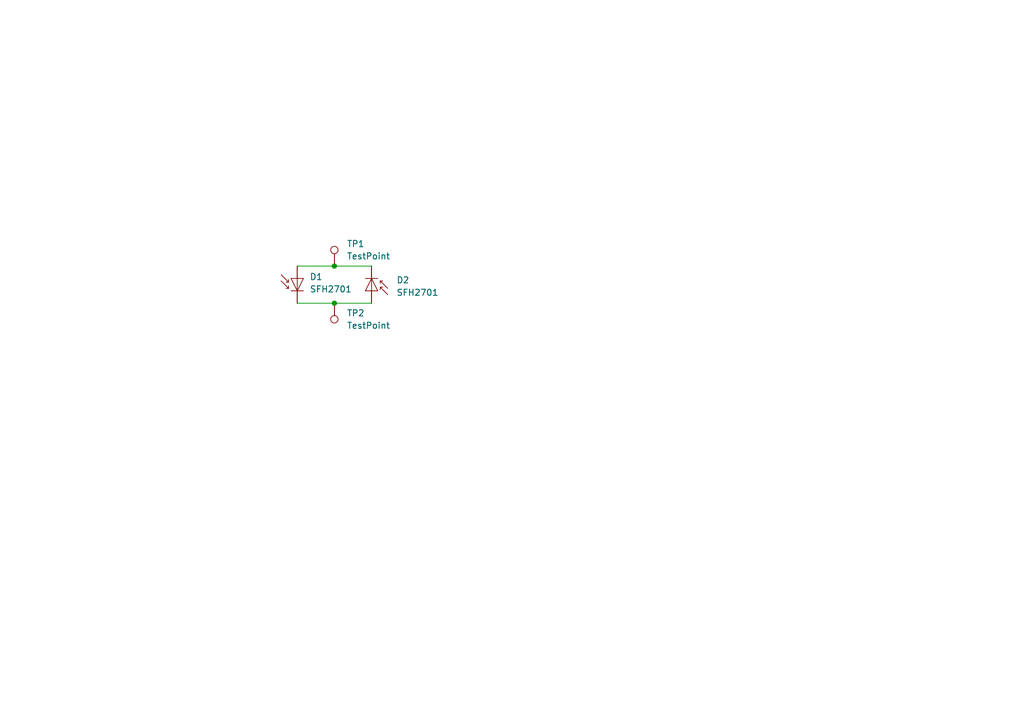
<source format=kicad_sch>
(kicad_sch (version 20231120) (generator "eeschema") (generator_version "8.0")
  (paper "A5")
  (lib_symbols
    (symbol "Connector:TestPoint" (pin_numbers hide) (pin_names (offset 0.762) hide)
      (property "Reference" "TP" (at 0 6.858 0))
      (property "Value" "TestPoint" (at 0 5.08 0))
      (symbol "TestPoint_0_1"
        (circle (center 0 3.302) (radius 0.762))
      )
      (symbol "TestPoint_1_1"
        (pin passive line (at 0 0 90) (length 2.54) (name "1") (number "1"))
      )
    )
    (symbol "Sensor_Optical:SFH2701" (pin_numbers hide) (pin_names (offset 1.016) hide)
      (property "Reference" "D" (at 0.508 1.778 0))
      (property "Value" "SFH2701" (at -1.016 -2.794 0))
      (symbol "SFH2701_0_1"
        (polyline (pts (xy -2.54 1.27) (xy -2.54 -1.27)) (stroke (width 0.1524)))
        (polyline (pts (xy -2.032 1.778) (xy -1.524 1.778)))
        (polyline (pts (xy 0 0) (xy -2.54 0)))
        (polyline (pts (xy 0 1.27) (xy 0 -1.27)))
        (polyline (pts (xy -0.508 3.302) (xy -2.032 1.778) (xy -2.032 2.286)))
        (polyline (pts (xy 0 1.27) (xy -2.54 0) (xy 0 -1.27)))
        (polyline (pts (xy 0.762 3.302) (xy -0.762 1.778) (xy -0.762 2.286) (xy -0.762 1.778) (xy -0.254 1.778)))
      )
      (symbol "SFH2701_1_1"
        (pin passive line (at -5.08 0 0) (length 2.54) (name "K") (number "1"))
        (pin passive line (at 2.54 0 180) (length 2.54) (name "A") (number "2"))
      )
    )
  )
  (junction (at 68.58 62.23))
  (junction (at 68.58 54.61))
  (wire (pts (xy 60.96 54.61) (xy 68.58 54.61)))
  (wire (pts (xy 68.58 62.23) (xy 76.2 62.23)))
  (wire (pts (xy 68.58 54.61) (xy 76.2 54.61)))
  (wire (pts (xy 60.96 62.23) (xy 68.58 62.23)))
  (symbol (lib_id "Connector:TestPoint") (at 68.58 54.61 0) (unit 1)
    (property "Reference" "TP1" (at 71.12 50.0379 0) (effects (justify left)))
    (property "Value" "TestPoint" (at 71.12 52.5779 0) (effects (justify left)))
    (property "Footprint" "TestPoint:TestPoint_Keystone_5015_Micro-Minature" (effects (hide yes)))
    (property "Description" "test point" (effects (hide yes)))
  )
  (symbol (lib_id "Sensor_Optical:SFH2701") (at 60.96 57.15 90) (unit 1)
    (property "Reference" "D1" (at 63.5 56.807 90) (effects (justify right)))
    (property "Value" "SFH2701" (at 63.5 59.347 90) (effects (justify right)))
    (property "Footprint" "LED_SMD:LED_1206_3216Metric_Pad1.42x1.75mm_HandSolder" (effects (hide yes)))
    (property "Datasheet" "http://www.osram-os.com/Graphics/XPic6/00201111_0.pdf/SFH%202701.pdf" (effects (hide yes)))
    (property "Description" "High Speed PIN Photodiode, SMD package" (effects (hide yes)))
  )
  (symbol (lib_id "Connector:TestPoint") (at 68.58 62.23 180) (unit 1)
    (property "Reference" "TP2" (at 71.12 64.2619 0) (effects (justify right)))
    (property "Value" "TestPoint" (at 71.12 66.8019 0) (effects (justify right)))
    (property "Footprint" "TestPoint:TestPoint_Keystone_5015_Micro-Minature" (effects (hide yes)))
    (property "Description" "test point" (effects (hide yes)))
  )
  (symbol (lib_id "Sensor_Optical:SFH2701") (at 76.2 59.69 270) (unit 1)
    (property "Reference" "D2" (at 81.28 57.4928 90) (effects (justify left)))
    (property "Value" "SFH2701" (at 81.28 60.0328 90) (effects (justify left)))
    (property "Footprint" "LED_SMD:LED_1206_3216Metric_Pad1.42x1.75mm_HandSolder" (effects (hide yes)))
    (property "Datasheet" "http://www.osram-os.com/Graphics/XPic6/00201111_0.pdf/SFH%202701.pdf" (effects (hide yes)))
    (property "Description" "High Speed PIN Photodiode, SMD package" (effects (hide yes)))
  )
)
</source>
